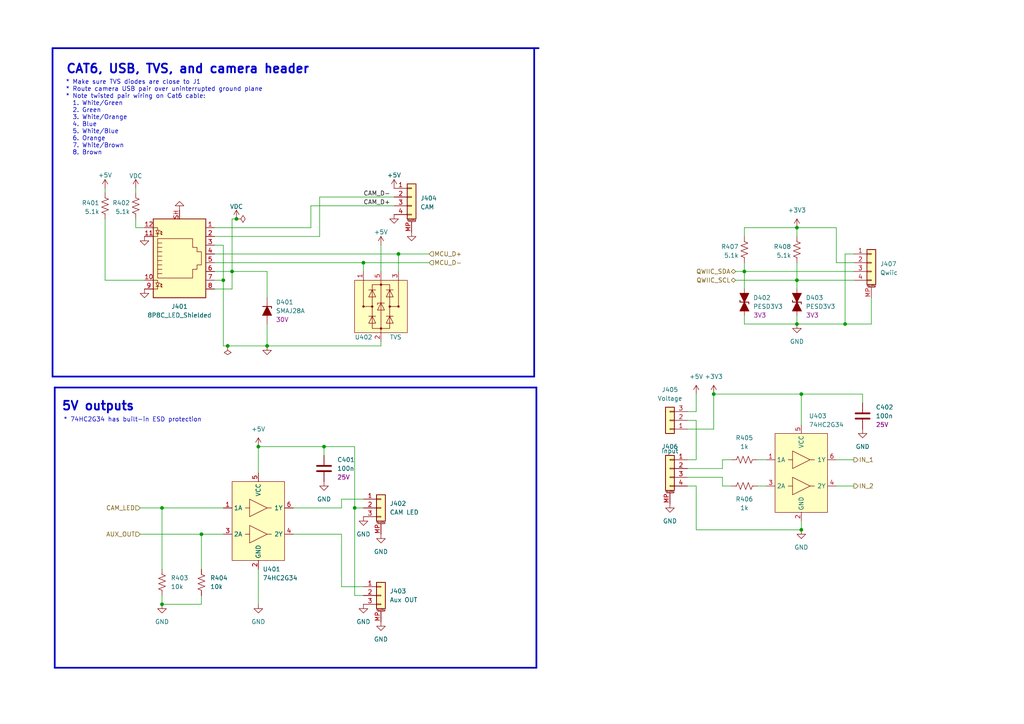
<source format=kicad_sch>
(kicad_sch (version 20230121) (generator eeschema)
  (paper "A4")
  (title_block (date "2023-10-08") (rev "v1"))
  (lib_symbols
    (symbol "Connector:8P8C_LED_Shielded" (pin_names (offset 1.016))
      (property "Reference" "J" (at -5.08 13.97 0))
      (property "Value" "8P8C_LED_Shielded" (at 1.27 13.97 0))
      (symbol "8P8C_LED_Shielded_0_1"
        (polyline (pts (xy -7.62 -7.62) (xy -6.35 -7.62)))
        (polyline (pts (xy -7.62 -5.08) (xy -6.35 -5.08)))
        (polyline (pts (xy -7.62 7.62) (xy -6.35 7.62)))
        (polyline (pts (xy -7.62 10.16) (xy -6.35 10.16)))
        (polyline (pts (xy -6.858 -5.842) (xy -5.842 -5.842)))
        (polyline (pts (xy -6.858 9.398) (xy -5.842 9.398)))
        (polyline (pts (xy -6.35 -7.62) (xy -6.35 -6.858)))
        (polyline (pts (xy -6.35 -5.08) (xy -6.35 -5.842)))
        (polyline (pts (xy -6.35 7.62) (xy -6.35 8.382)))
        (polyline (pts (xy -6.35 10.16) (xy -6.35 9.398)))
        (polyline (pts (xy -5.08 -6.223) (xy -5.207 -6.604)))
        (polyline (pts (xy -5.08 -5.588) (xy -5.207 -5.969)))
        (polyline (pts (xy -5.08 4.445) (xy -6.35 4.445)))
        (polyline (pts (xy -5.08 5.715) (xy -6.35 5.715)))
        (polyline (pts (xy -5.08 9.017) (xy -5.207 8.636)))
        (polyline (pts (xy -5.08 9.652) (xy -5.207 9.271)))
        (polyline (pts (xy -6.35 -3.175) (xy -5.08 -3.175) (xy -5.08 -3.175)))
        (polyline (pts (xy -6.35 -1.905) (xy -5.08 -1.905) (xy -5.08 -1.905)))
        (polyline (pts (xy -6.35 -0.635) (xy -5.08 -0.635) (xy -5.08 -0.635)))
        (polyline (pts (xy -6.35 0.635) (xy -5.08 0.635) (xy -5.08 0.635)))
        (polyline (pts (xy -6.35 1.905) (xy -5.08 1.905) (xy -5.08 1.905)))
        (polyline (pts (xy -5.588 -6.731) (xy -5.08 -6.223) (xy -5.461 -6.35)))
        (polyline (pts (xy -5.588 -6.096) (xy -5.08 -5.588) (xy -5.461 -5.715)))
        (polyline (pts (xy -5.588 8.509) (xy -5.08 9.017) (xy -5.461 8.89)))
        (polyline (pts (xy -5.588 9.144) (xy -5.08 9.652) (xy -5.461 9.525)))
        (polyline (pts (xy -5.08 3.175) (xy -6.35 3.175) (xy -6.35 3.175)))
        (polyline (pts (xy -6.35 -5.842) (xy -6.858 -6.858) (xy -5.842 -6.858) (xy -6.35 -5.842)))
        (polyline (pts (xy -6.35 9.398) (xy -6.858 8.382) (xy -5.842 8.382) (xy -6.35 9.398)))
        (polyline (pts (xy -6.35 -4.445) (xy -6.35 6.985) (xy 3.81 6.985) (xy 3.81 4.445) (xy 5.08 4.445) (xy 5.08 3.175) (xy 6.35 3.175) (xy 6.35 -0.635) (xy 5.08 -0.635) (xy 5.08 -1.905) (xy 3.81 -1.905) (xy 3.81 -4.445) (xy -6.35 -4.445) (xy -6.35 -4.445)))
        (rectangle (start 7.62 12.7) (end -7.62 -10.16) (stroke (width 0.254)) (fill (type background)))
      )
      (symbol "8P8C_LED_Shielded_1_1"
        (pin passive line (at 10.16 -7.62 180) (length 2.54) (name "~") (number "1"))
        (pin passive line (at -10.16 7.62 0) (length 2.54) (name "~") (number "10"))
        (pin passive line (at -10.16 -5.08 0) (length 2.54) (name "~") (number "11"))
        (pin passive line (at -10.16 -7.62 0) (length 2.54) (name "~") (number "12"))
        (pin passive line (at 10.16 -5.08 180) (length 2.54) (name "~") (number "2"))
        (pin passive line (at 10.16 -2.54 180) (length 2.54) (name "~") (number "3"))
        (pin passive line (at 10.16 0 180) (length 2.54) (name "~") (number "4"))
        (pin passive line (at 10.16 2.54 180) (length 2.54) (name "~") (number "5"))
        (pin passive line (at 10.16 5.08 180) (length 2.54) (name "~") (number "6"))
        (pin passive line (at 10.16 7.62 180) (length 2.54) (name "~") (number "7"))
        (pin passive line (at 10.16 10.16 180) (length 2.54) (name "~") (number "8"))
        (pin passive line (at -10.16 10.16 0) (length 2.54) (name "~") (number "9"))
        (pin passive line (at 0 -12.7 90) (length 2.54) (name "~") (number "SH"))
      )
    )
    (symbol "Connector_Generic:Conn_01x03" (pin_names (offset 1.016) hide)
      (property "Reference" "J" (at 0 5.08 0))
      (property "Value" "Conn_01x03" (at 0 -5.08 0))
      (symbol "Conn_01x03_1_1"
        (rectangle (start -1.27 -2.413) (end 0 -2.667) (stroke (width 0.1524)))
        (rectangle (start -1.27 0.127) (end 0 -0.127) (stroke (width 0.1524)))
        (rectangle (start -1.27 2.667) (end 0 2.413) (stroke (width 0.1524)))
        (rectangle (start -1.27 3.81) (end 1.27 -3.81) (stroke (width 0.254)) (fill (type background)))
        (pin passive line (at -5.08 2.54 0) (length 3.81) (name "Pin_1") (number "1"))
        (pin passive line (at -5.08 0 0) (length 3.81) (name "Pin_2") (number "2"))
        (pin passive line (at -5.08 -2.54 0) (length 3.81) (name "Pin_3") (number "3"))
      )
    )
    (symbol "Connector_Generic_MountingPin:Conn_01x03_MountingPin" (pin_names (offset 1.016) hide)
      (property "Reference" "J" (at 0 5.08 0))
      (property "Value" "Conn_01x03_MountingPin" (at 1.27 -5.08 0))
      (symbol "Conn_01x03_MountingPin_1_1"
        (rectangle (start -1.27 -2.413) (end 0 -2.667) (stroke (width 0.1524)))
        (rectangle (start -1.27 0.127) (end 0 -0.127) (stroke (width 0.1524)))
        (rectangle (start -1.27 2.667) (end 0 2.413) (stroke (width 0.1524)))
        (rectangle (start -1.27 3.81) (end 1.27 -3.81) (stroke (width 0.254)) (fill (type background)))
        (polyline (pts (xy -1.016 -4.572) (xy 1.016 -4.572)) (stroke (width 0.1524)))
        (text "Mounting" (at 0 -4.191 0) (effects (font (size 0.381 0.381))))
        (pin passive line (at -5.08 2.54 0) (length 3.81) (name "Pin_1") (number "1"))
        (pin passive line (at -5.08 0 0) (length 3.81) (name "Pin_2") (number "2"))
        (pin passive line (at -5.08 -2.54 0) (length 3.81) (name "Pin_3") (number "3"))
        (pin passive line (at 0 -7.62 90) (length 3.048) (name "MountPin") (number "MP"))
      )
    )
    (symbol "Connector_Generic_MountingPin:Conn_01x04_MountingPin" (pin_names (offset 1.016) hide)
      (property "Reference" "J" (at 0 5.08 0))
      (property "Value" "Conn_01x04_MountingPin" (at 1.27 -7.62 0))
      (symbol "Conn_01x04_MountingPin_1_1"
        (rectangle (start -1.27 -4.953) (end 0 -5.207) (stroke (width 0.1524)))
        (rectangle (start -1.27 -2.413) (end 0 -2.667) (stroke (width 0.1524)))
        (rectangle (start -1.27 0.127) (end 0 -0.127) (stroke (width 0.1524)))
        (rectangle (start -1.27 2.667) (end 0 2.413) (stroke (width 0.1524)))
        (rectangle (start -1.27 3.81) (end 1.27 -6.35) (stroke (width 0.254)) (fill (type background)))
        (polyline (pts (xy -1.016 -7.112) (xy 1.016 -7.112)) (stroke (width 0.1524)))
        (text "Mounting" (at 0 -6.731 0) (effects (font (size 0.381 0.381))))
        (pin passive line (at -5.08 2.54 0) (length 3.81) (name "Pin_1") (number "1"))
        (pin passive line (at -5.08 0 0) (length 3.81) (name "Pin_2") (number "2"))
        (pin passive line (at -5.08 -2.54 0) (length 3.81) (name "Pin_3") (number "3"))
        (pin passive line (at -5.08 -5.08 0) (length 3.81) (name "Pin_4") (number "4"))
        (pin passive line (at 0 -10.16 90) (length 3.048) (name "MountPin") (number "MP"))
      )
    )
    (symbol "Device:C" (pin_numbers hide) (pin_names (offset 0.254))
      (property "Reference" "C" (at 0.635 2.54 0))
      (property "Value" "C" (at 0.635 -2.54 0))
      (symbol "C_0_1"
        (polyline (pts (xy -2.032 -0.762) (xy 2.032 -0.762)) (stroke (width 0.508)))
        (polyline (pts (xy -2.032 0.762) (xy 2.032 0.762)) (stroke (width 0.508)))
      )
      (symbol "C_1_1"
        (pin passive line (at 0 3.81 270) (length 2.794) (name "~") (number "1"))
        (pin passive line (at 0 -3.81 90) (length 2.794) (name "~") (number "2"))
      )
    )
    (symbol "Device:D_TVS_Filled" (pin_numbers hide) (pin_names (offset 1.016) hide)
      (property "Reference" "D" (at 0 2.54 0))
      (property "Value" "D_TVS_Filled" (at 0 -2.54 0))
      (symbol "D_TVS_Filled_0_1"
        (polyline (pts (xy 1.27 0) (xy -1.27 0)))
        (polyline (pts (xy -2.54 -1.27) (xy 0 0) (xy -2.54 1.27) (xy -2.54 -1.27)) (stroke (width 0.254)) (fill (type outline)))
        (polyline (pts (xy 0.508 1.27) (xy 0 1.27) (xy 0 -1.27) (xy -0.508 -1.27)) (stroke (width 0.254)))
        (polyline (pts (xy 2.54 1.27) (xy 2.54 -1.27) (xy 0 0) (xy 2.54 1.27)) (stroke (width 0.254)) (fill (type outline)))
      )
      (symbol "D_TVS_Filled_1_1"
        (pin passive line (at -3.81 0 0) (length 2.54) (name "A1") (number "1"))
        (pin passive line (at 3.81 0 180) (length 2.54) (name "A2") (number "2"))
      )
    )
    (symbol "Device:D_Zener_Filled" (pin_numbers hide) (pin_names (offset 1.016) hide)
      (property "Reference" "D" (at 0 2.54 0))
      (property "Value" "D_Zener_Filled" (at 0 -2.54 0))
      (symbol "D_Zener_Filled_0_1"
        (polyline (pts (xy 1.27 0) (xy -1.27 0)))
        (polyline (pts (xy -1.27 -1.27) (xy -1.27 1.27) (xy -0.762 1.27)) (stroke (width 0.254)))
        (polyline (pts (xy 1.27 -1.27) (xy 1.27 1.27) (xy -1.27 0) (xy 1.27 -1.27)) (stroke (width 0.254)) (fill (type outline)))
      )
      (symbol "D_Zener_Filled_1_1"
        (pin passive line (at -3.81 0 0) (length 2.54) (name "K") (number "1"))
        (pin passive line (at 3.81 0 180) (length 2.54) (name "A") (number "2"))
      )
    )
    (symbol "Device:R_US" (pin_numbers hide) (pin_names (offset 0))
      (property "Reference" "R" (at 2.54 0 90))
      (property "Value" "R_US" (at -2.54 0 90))
      (symbol "R_US_0_1"
        (polyline (pts (xy 0 -2.286) (xy 0 -2.54)))
        (polyline (pts (xy 0 2.286) (xy 0 2.54)))
        (polyline (pts (xy 0 -0.762) (xy 1.016 -1.143) (xy 0 -1.524) (xy -1.016 -1.905) (xy 0 -2.286)))
        (polyline (pts (xy 0 0.762) (xy 1.016 0.381) (xy 0 0) (xy -1.016 -0.381) (xy 0 -0.762)))
        (polyline (pts (xy 0 2.286) (xy 1.016 1.905) (xy 0 1.524) (xy -1.016 1.143) (xy 0 0.762)))
      )
      (symbol "R_US_1_1"
        (pin passive line (at 0 3.81 270) (length 1.27) (name "~") (number "1"))
        (pin passive line (at 0 -3.81 90) (length 1.27) (name "~") (number "2"))
      )
    )
    (symbol "Droid:74HC2G34"
      (property "Reference" "U" (at 2.54 -12.7 0))
      (property "Value" "74HC2G34" (at 2.54 -15.24 0))
      (symbol "74HC2G34_0_0"
        (pin input line (at -10.16 3.81 0) (length 2.54) (name "1A") (number "1"))
        (pin power_in line (at 0 -13.97 90) (length 2.54) (name "GND") (number "2"))
        (pin input line (at -10.16 -3.81 0) (length 2.54) (name "2A") (number "3"))
        (pin output line (at 10.16 -3.81 180) (length 2.54) (name "2Y") (number "4"))
        (pin power_in line (at 0 13.97 270) (length 2.54) (name "VCC") (number "5"))
        (pin output line (at 10.16 3.81 180) (length 2.54) (name "1Y") (number "6"))
      )
      (symbol "74HC2G34_0_1"
        (rectangle (start -7.62 11.43) (end 7.62 -11.43) (fill (type background)))
        (polyline (pts (xy -2.54 -3.81) (xy -3.81 -3.81)))
        (polyline (pts (xy -2.54 3.81) (xy -3.81 3.81)))
        (polyline (pts (xy 2.54 -3.81) (xy 3.81 -3.81)))
        (polyline (pts (xy 2.54 3.81) (xy 3.81 3.81)))
        (polyline (pts (xy -2.54 -5.08) (xy -2.54 -1.27) (xy 2.54 -3.81) (xy -2.54 -6.35) (xy -2.54 -5.08)))
        (polyline (pts (xy -2.54 2.54) (xy -2.54 6.35) (xy 2.54 3.81) (xy -2.54 1.27) (xy -2.54 2.54)))
      )
    )
    (symbol "Droid:TVS" (pin_names hide)
      (property "Reference" "U" (at 8.89 1.27 0))
      (property "Value" "TVS" (at 8.89 -1.27 0))
      (symbol "TVS_0_1"
        (circle (center -5.08 0) (radius 0.254) (fill (type outline)))
        (circle (center -2.5303 -0.017) (radius 0.254) (fill (type outline)))
        (rectangle (start -2.5303 6.333) (end 2.5497 -6.367))
        (polyline (pts (xy -1.5143 -2.811) (xy -3.5463 -2.811)))
        (polyline (pts (xy -1.5143 4.809) (xy -3.5463 4.809)))
        (polyline (pts (xy 0 -7.62) (xy 0 -6.35)))
        (polyline (pts (xy 0 6.35) (xy 0 7.62)))
        (polyline (pts (xy 0.0097 -6.367) (xy 0.0097 1.253)))
        (polyline (pts (xy 0.0097 1.253) (xy 0.0097 6.333)))
        (polyline (pts (xy 1.5337 -2.811) (xy 3.5657 -2.811)))
        (polyline (pts (xy 1.5337 4.809) (xy 3.5657 4.809)))
        (polyline (pts (xy -2.54 0) (xy -5.08 0) (xy -5.08 7.62)))
        (polyline (pts (xy 2.54 0) (xy 5.08 0) (xy 5.08 7.62)))
        (polyline (pts (xy -3.5463 -4.843) (xy -1.5143 -4.843) (xy -2.5303 -2.811) (xy -3.5463 -4.843)))
        (polyline (pts (xy -3.5463 2.777) (xy -1.5143 2.777) (xy -2.5303 4.809) (xy -3.5463 2.777)))
        (polyline (pts (xy -1.0063 -1.033) (xy 1.0257 -1.033) (xy 0.0097 0.999) (xy -1.0063 -1.033)))
        (polyline (pts (xy 1.0257 0.999) (xy 0.7717 0.999) (xy -1.0063 0.999) (xy -1.0063 0.491)))
        (polyline (pts (xy 3.5657 -4.843) (xy 1.5337 -4.843) (xy 2.5497 -2.811) (xy 3.5657 -4.843)))
        (polyline (pts (xy 3.5657 2.777) (xy 1.5337 2.777) (xy 2.5497 4.809) (xy 3.5657 2.777)))
        (circle (center 0.0097 -6.367) (radius 0.254) (fill (type outline)))
        (circle (center 0.0097 6.333) (radius 0.254) (fill (type outline)))
        (circle (center 2.5497 -0.017) (radius 0.254) (fill (type outline)))
        (circle (center 5.08 0) (radius 0.254) (fill (type outline)))
      )
      (symbol "TVS_1_1"
        (rectangle (start -7.62 7.62) (end 7.62 -7.62) (fill (type background)))
        (pin passive line (at -5.08 10.16 270) (length 2.54) (name "D-") (number "1"))
        (pin passive line (at 0 -10.16 90) (length 2.54) (name "GND") (number "2"))
        (pin passive line (at 5.08 10.16 270) (length 2.54) (name "D+") (number "3"))
        (pin passive line (at 5.08 10.16 270) (length 2.54) hide (name "D+") (number "4"))
        (pin passive line (at 0 10.16 270) (length 2.54) (name "VBUS") (number "5"))
        (pin passive line (at -5.08 10.16 270) (length 2.54) hide (name "D-") (number "6"))
      )
    )
    (symbol "power:+3V3" (power) (pin_names (offset 0))
      (property "Value" "+3V3" (at 0 3.556 0))
      (symbol "+3V3_0_1"
        (polyline (pts (xy -0.762 1.27) (xy 0 2.54)))
        (polyline (pts (xy 0 0) (xy 0 2.54)))
        (polyline (pts (xy 0 2.54) (xy 0.762 1.27)))
      )
      (symbol "+3V3_1_1"
        (pin power_in line (at 0 0 90) (length 0) hide (name "+3V3") (number "1"))
      )
    )
    (symbol "power:+5V" (power) (pin_names (offset 0))
      (property "Value" "+5V" (at 0 3.556 0))
      (symbol "+5V_0_1"
        (polyline (pts (xy -0.762 1.27) (xy 0 2.54)))
        (polyline (pts (xy 0 0) (xy 0 2.54)))
        (polyline (pts (xy 0 2.54) (xy 0.762 1.27)))
      )
      (symbol "+5V_1_1"
        (pin power_in line (at 0 0 90) (length 0) hide (name "+5V") (number "1"))
      )
    )
    (symbol "power:GND" (power) (pin_names (offset 0))
      (property "Value" "GND" (at 0 -3.81 0))
      (symbol "GND_0_1"
        (polyline (pts (xy 0 0) (xy 0 -1.27) (xy 1.27 -1.27) (xy 0 -2.54) (xy -1.27 -1.27) (xy 0 -1.27)))
      )
      (symbol "GND_1_1"
        (pin power_in line (at 0 0 270) (length 0) hide (name "GND") (number "1"))
      )
    )
    (symbol "power:PWR_FLAG" (power) (pin_numbers hide) (pin_names (offset 0) hide)
      (property "Value" "PWR_FLAG" (at 0 3.81 0))
      (symbol "PWR_FLAG_0_0"
        (pin power_out line (at 0 0 90) (length 0) (name "pwr") (number "1"))
      )
      (symbol "PWR_FLAG_0_1"
        (polyline (pts (xy 0 0) (xy 0 1.27) (xy -1.016 1.905) (xy 0 2.54) (xy 1.016 1.905) (xy 0 1.27)))
      )
    )
    (symbol "power:VDC" (power) (pin_names (offset 0))
      (property "Value" "VDC" (at 0 6.35 0))
      (symbol "VDC_0_1"
        (polyline (pts (xy -0.762 1.27) (xy 0 2.54)))
        (polyline (pts (xy 0 0) (xy 0 2.54)))
        (polyline (pts (xy 0 2.54) (xy 0.762 1.27)))
      )
      (symbol "VDC_1_1"
        (pin power_in line (at 0 0 90) (length 0) hide (name "VDC") (number "1"))
      )
    )
  )
  (junction (at 115.57 73.66))
  (junction (at 232.41 114.3))
  (junction (at 46.99 175.26))
  (junction (at 58.42 154.94))
  (junction (at 245.11 93.98))
  (junction (at 232.41 153.67))
  (junction (at 102.87 147.32))
  (junction (at 207.01 114.3))
  (junction (at 46.99 147.32))
  (junction (at 64.77 81.28))
  (junction (at 66.04 100.33))
  (junction (at 67.31 78.74))
  (junction (at 215.9 78.74))
  (junction (at 231.14 81.28))
  (junction (at 77.47 100.33))
  (junction (at 93.98 129.54))
  (junction (at 68.58 63.5))
  (junction (at 105.41 76.2))
  (junction (at 231.14 93.98))
  (junction (at 231.14 66.04))
  (junction (at 74.93 129.54))
  (wire (pts (xy 215.9 78.74) (xy 247.65 78.74)))
  (wire (pts (xy 207.01 114.3) (xy 207.01 124.46)))
  (wire (pts (xy 77.47 86.36) (xy 77.47 78.74)))
  (wire (pts (xy 99.06 147.32) (xy 99.06 144.78)))
  (wire (pts (xy 58.42 154.94) (xy 64.77 154.94)))
  (wire (pts (xy 215.9 76.2) (xy 215.9 78.74)))
  (wire (pts (xy 74.93 129.54) (xy 74.93 137.16)))
  (wire (pts (xy 219.71 140.97) (xy 222.25 140.97)))
  (wire (pts (xy 102.87 147.32) (xy 102.87 172.72)))
  (wire (pts (xy 242.57 76.2) (xy 247.65 76.2)))
  (wire (pts (xy 252.73 93.98) (xy 245.11 93.98)))
  (wire (pts (xy 231.14 91.44) (xy 231.14 93.98)))
  (polyline (pts (xy 154.94 13.97) (xy 154.94 109.22)) (stroke (width 0.5) (type solid)))
  (wire (pts (xy 199.39 140.97) (xy 201.93 140.97)))
  (wire (pts (xy 201.93 114.3) (xy 201.93 119.38)))
  (wire (pts (xy 64.77 81.28) (xy 64.77 100.33)))
  (wire (pts (xy 39.37 66.04) (xy 39.37 63.5)))
  (wire (pts (xy 232.41 151.13) (xy 232.41 153.67)))
  (wire (pts (xy 199.39 133.35) (xy 201.93 133.35)))
  (wire (pts (xy 46.99 147.32) (xy 46.99 165.1)))
  (wire (pts (xy 199.39 124.46) (xy 207.01 124.46)))
  (wire (pts (xy 199.39 119.38) (xy 201.93 119.38)))
  (wire (pts (xy 93.98 129.54) (xy 93.98 132.08)))
  (wire (pts (xy 66.04 100.33) (xy 77.47 100.33)))
  (wire (pts (xy 247.65 81.28) (xy 231.14 81.28)))
  (wire (pts (xy 247.65 73.66) (xy 245.11 73.66)))
  (wire (pts (xy 62.23 76.2) (xy 105.41 76.2)))
  (wire (pts (xy 115.57 73.66) (xy 124.46 73.66)))
  (wire (pts (xy 201.93 153.67) (xy 232.41 153.67)))
  (polyline (pts (xy 15.24 13.97) (xy 15.24 109.22)) (stroke (width 0.5) (type solid)))
  (wire (pts (xy 105.41 76.2) (xy 105.41 78.74)))
  (wire (pts (xy 231.14 81.28) (xy 231.14 83.82)))
  (wire (pts (xy 40.64 154.94) (xy 58.42 154.94)))
  (wire (pts (xy 250.19 114.3) (xy 232.41 114.3)))
  (wire (pts (xy 201.93 140.97) (xy 201.93 153.67)))
  (wire (pts (xy 64.77 100.33) (xy 66.04 100.33)))
  (wire (pts (xy 90.17 66.04) (xy 62.23 66.04)))
  (wire (pts (xy 215.9 93.98) (xy 231.14 93.98)))
  (wire (pts (xy 46.99 172.72) (xy 46.99 175.26)))
  (wire (pts (xy 199.39 121.92) (xy 201.93 121.92)))
  (wire (pts (xy 105.41 76.2) (xy 124.46 76.2)))
  (wire (pts (xy 41.91 66.04) (xy 39.37 66.04)))
  (polyline (pts (xy 155.575 112.395) (xy 155.575 193.675)) (stroke (width 0.5) (type solid)))
  (wire (pts (xy 102.87 129.54) (xy 93.98 129.54)))
  (wire (pts (xy 215.9 68.58) (xy 215.9 66.04)))
  (wire (pts (xy 231.14 76.2) (xy 231.14 81.28)))
  (wire (pts (xy 74.93 129.54) (xy 93.98 129.54)))
  (wire (pts (xy 242.57 140.97) (xy 247.65 140.97)))
  (wire (pts (xy 62.23 83.82) (xy 67.31 83.82)))
  (wire (pts (xy 67.31 63.5) (xy 67.31 78.74)))
  (wire (pts (xy 232.41 114.3) (xy 232.41 123.19)))
  (wire (pts (xy 212.09 140.97) (xy 209.55 140.97)))
  (wire (pts (xy 67.31 63.5) (xy 68.58 63.5)))
  (polyline (pts (xy 15.875 112.395) (xy 155.575 112.395)) (stroke (width 0.5) (type solid)))
  (wire (pts (xy 245.11 73.66) (xy 245.11 93.98)))
  (wire (pts (xy 215.9 91.44) (xy 215.9 93.98)))
  (wire (pts (xy 99.06 144.78) (xy 105.41 144.78)))
  (wire (pts (xy 215.9 78.74) (xy 215.9 83.82)))
  (wire (pts (xy 209.55 135.89) (xy 209.55 133.35)))
  (wire (pts (xy 99.06 170.18) (xy 99.06 154.94)))
  (wire (pts (xy 58.42 154.94) (xy 58.42 165.1)))
  (wire (pts (xy 62.23 78.74) (xy 67.31 78.74)))
  (wire (pts (xy 58.42 172.72) (xy 58.42 175.26)))
  (wire (pts (xy 30.48 63.5) (xy 30.48 81.28)))
  (wire (pts (xy 252.73 86.36) (xy 252.73 93.98)))
  (wire (pts (xy 105.41 172.72) (xy 102.87 172.72)))
  (wire (pts (xy 115.57 73.66) (xy 115.57 78.74)))
  (wire (pts (xy 58.42 175.26) (xy 46.99 175.26)))
  (wire (pts (xy 105.41 147.32) (xy 102.87 147.32)))
  (wire (pts (xy 207.01 114.3) (xy 232.41 114.3)))
  (wire (pts (xy 64.77 81.28) (xy 64.77 71.12)))
  (polyline (pts (xy 15.24 13.97) (xy 156.21 13.97)) (stroke (width 0.5) (type solid)))
  (wire (pts (xy 74.93 165.1) (xy 74.93 175.26)))
  (wire (pts (xy 213.36 81.28) (xy 231.14 81.28)))
  (wire (pts (xy 46.99 147.32) (xy 64.77 147.32)))
  (wire (pts (xy 62.23 73.66) (xy 115.57 73.66)))
  (wire (pts (xy 231.14 66.04) (xy 231.14 68.58)))
  (wire (pts (xy 90.17 59.69) (xy 90.17 66.04)))
  (wire (pts (xy 90.17 59.69) (xy 114.3 59.69)))
  (wire (pts (xy 99.06 154.94) (xy 85.09 154.94)))
  (wire (pts (xy 114.3 57.15) (xy 92.71 57.15)))
  (wire (pts (xy 250.19 114.3) (xy 250.19 116.84)))
  (wire (pts (xy 77.47 93.98) (xy 77.47 100.33)))
  (wire (pts (xy 110.49 71.12) (xy 110.49 78.74)))
  (wire (pts (xy 64.77 71.12) (xy 62.23 71.12)))
  (wire (pts (xy 242.57 66.04) (xy 242.57 76.2)))
  (wire (pts (xy 213.36 78.74) (xy 215.9 78.74)))
  (polyline (pts (xy 154.94 109.22) (xy 15.24 109.22)) (stroke (width 0.5) (type solid)))
  (polyline (pts (xy 15.875 112.395) (xy 15.875 193.675)) (stroke (width 0.5) (type solid)))
  (wire (pts (xy 201.93 121.92) (xy 201.93 133.35)))
  (wire (pts (xy 67.31 78.74) (xy 67.31 83.82)))
  (wire (pts (xy 209.55 140.97) (xy 209.55 138.43)))
  (wire (pts (xy 77.47 100.33) (xy 110.49 100.33)))
  (wire (pts (xy 92.71 57.15) (xy 92.71 68.58)))
  (wire (pts (xy 215.9 66.04) (xy 231.14 66.04)))
  (wire (pts (xy 40.64 147.32) (xy 46.99 147.32)))
  (polyline (pts (xy 155.575 193.675) (xy 15.875 193.675)) (stroke (width 0.5) (type solid)))
  (wire (pts (xy 110.49 100.33) (xy 110.49 99.06)))
  (wire (pts (xy 102.87 147.32) (xy 102.87 129.54)))
  (wire (pts (xy 199.39 138.43) (xy 209.55 138.43)))
  (wire (pts (xy 199.39 135.89) (xy 209.55 135.89)))
  (wire (pts (xy 85.09 147.32) (xy 99.06 147.32)))
  (wire (pts (xy 209.55 133.35) (xy 212.09 133.35)))
  (wire (pts (xy 62.23 68.58) (xy 92.71 68.58)))
  (wire (pts (xy 30.48 54.61) (xy 30.48 55.88)))
  (wire (pts (xy 105.41 170.18) (xy 99.06 170.18)))
  (wire (pts (xy 231.14 66.04) (xy 242.57 66.04)))
  (wire (pts (xy 242.57 133.35) (xy 247.65 133.35)))
  (wire (pts (xy 231.14 93.98) (xy 245.11 93.98)))
  (wire (pts (xy 219.71 133.35) (xy 222.25 133.35)))
  (wire (pts (xy 30.48 81.28) (xy 41.91 81.28)))
  (wire (pts (xy 39.37 54.61) (xy 39.37 55.88)))
  (wire (pts (xy 77.47 78.74) (xy 67.31 78.74)))
  (wire (pts (xy 64.77 81.28) (xy 62.23 81.28)))
  (text "5V outputs" (at 17.78 119.38 0) (effects (font (size 2.54 2.54) bold) (justify left bottom)))
  (text "* Make sure TVS diodes are close to J1\n* Route camera USB pair over uninterrupted ground plane\n* Note twisted pair wiring on Cat6 cable:\n  1. White/Green\n  2. Green\n  3. White/Orange\n  4. Blue\n  5. White/Blue\n  6. Orange\n  7. White/Brown\n  8. Brown" (at 19.05 45.085 0) (effects (font (size 1.27 1.27)) (justify left bottom)))
  (text "CAT6, USB, TVS, and camera header" (at 19.05 21.59 0) (effects (font (size 2.54 2.54) bold) (justify left bottom)))
  (text "* 74HC2G34 has built-in ESD protection" (at 18.415 122.555 0) (effects (font (size 1.27 1.27)) (justify left bottom)))
  (label "CAM_D-" (at 105.41 57.15 0))
  (label "CAM_D+" (at 105.41 59.69 0))
  (hierarchical_label "IN_2" (shape output) (at 247.65 140.97 0))
  (hierarchical_label "QWIIC_SCL" (shape bidirectional) (at 213.36 81.28 180))
  (hierarchical_label "CAM_LED" (shape input) (at 40.64 147.32 180))
  (hierarchical_label "AUX_OUT" (shape input) (at 40.64 154.94 180))
  (hierarchical_label "QWIIC_SDA" (shape bidirectional) (at 213.36 78.74 180))
  (hierarchical_label "IN_1" (shape output) (at 247.65 133.35 0))
  (hierarchical_label "MCU_D+" (shape input) (at 124.46 73.66 0))
  (hierarchical_label "MCU_D-" (shape input) (at 124.46 76.2 0))
  (symbol (lib_id "power:GND") (at 119.38 67.31 0) (unit 1)
    (property "Reference" "#PWR0417" (effects hide))
    (property "Value" "GND" (effects hide))
    (instances (project "placertron" (path "" (reference "#PWR0417") (unit 1))) (project "jellyfish" (path "" (reference "#PWR0123") (unit 1))))
  )
  (symbol (lib_id "power:GND") (at 110.49 154.94 0) (unit 1)
    (property "Reference" "#PWR0424" (effects hide))
    (property "Value" "GND" (at 110.49 160.02 0))
    (instances (project "placertron" (path "" (reference "#PWR0424") (unit 1))) (project "movertron" (path "" (reference "#PWR0404") (unit 1))))
  )
  (symbol (lib_id "Device:R_US") (at 46.99 168.91 180) (unit 1)
    (property "Reference" "R403" (at 49.53 167.64 0) (effects (justify right)))
    (property "Value" "10k" (at 49.53 170.18 0) (effects (justify right)))
    (property "Footprint" "Droid:R_0603_HandSolder" (effects hide))
    (property "mpn" "RMCF0603FT10K0" (effects hide))
    (instances (project "placertron" (path "" (reference "R403") (unit 1))) (project "movertron" (path "" (reference "R401") (unit 1))))
  )
  (symbol (lib_id "Device:R_US") (at 30.48 59.69 180) (unit 1)
    (property "Reference" "R401" (at 28.829 58.8553 0) (effects (justify left)))
    (property "Value" "5.1k" (at 28.829 61.3922 0) (effects (justify left)))
    (property "Footprint" "Droid:R_0603_HandSolder" (effects hide))
    (property "mpn" "RMCF0603FT5K10" (effects hide))
    (instances (project "placertron" (path "" (reference "R401") (unit 1))) (project "jellyfish" (path "" (reference "R1") (unit 1))))
  )
  (symbol (lib_id "power:GND") (at 194.31 146.05 0) (unit 1)
    (property "Reference" "#PWR0426" (effects hide))
    (property "Value" "GND" (at 194.31 151.13 0))
    (instances (project "placertron" (path "" (reference "#PWR0426") (unit 1))) (project "movertron" (path "" (reference "#PWR0412") (unit 1))))
  )
  (symbol (lib_id "power:GND") (at 93.98 139.7 0) (unit 1)
    (property "Reference" "#PWR0411" (effects hide))
    (property "Value" "GND" (at 93.98 144.78 0))
    (instances (project "placertron" (path "" (reference "#PWR0411") (unit 1))) (project "movertron" (path "" (reference "#PWR0404") (unit 1))))
  )
  (symbol (lib_id "power:GND") (at 250.19 124.46 0) (unit 1)
    (property "Reference" "#PWR0423" (effects hide))
    (property "Value" "GND" (at 250.19 129.54 0))
    (instances (project "placertron" (path "" (reference "#PWR0423") (unit 1))) (project "movertron" (path "" (reference "#PWR0413") (unit 1))))
  )
  (symbol (lib_id "power:GND") (at 110.49 180.34 0) (unit 1)
    (property "Reference" "#PWR0425" (effects hide))
    (property "Value" "GND" (at 110.49 185.42 0))
    (instances (project "placertron" (path "" (reference "#PWR0425") (unit 1))) (project "movertron" (path "" (reference "#PWR0404") (unit 1))))
  )
  (symbol (lib_id "power:+5V") (at 74.93 129.54 0) (unit 1)
    (property "Reference" "#PWR0408" (effects hide))
    (property "Value" "+5V" (at 74.93 124.46 0))
    (instances (project "placertron" (path "" (reference "#PWR0408") (unit 1))) (project "movertron" (path "" (reference "#PWR0402") (unit 1))))
  )
  (symbol (lib_id "power:GND") (at 105.41 149.86 0) (unit 1)
    (property "Reference" "#PWR0412" (effects hide))
    (property "Value" "GND" (at 105.41 154.94 0))
    (instances (project "placertron" (path "" (reference "#PWR0412") (unit 1))) (project "movertron" (path "" (reference "#PWR0407") (unit 1))))
  )
  (symbol (lib_id "power:PWR_FLAG") (at 66.04 100.33 180) (unit 1)
    (property "Reference" "#FLG0401" (effects hide))
    (property "Value" "PWR_FLAG" (effects hide))
    (instances (project "placertron" (path "" (reference "#FLG0401") (unit 1))) (project "jellyfish" (path "" (reference "#FLG01") (unit 1))))
  )
  (symbol (lib_id "Device:R_US") (at 215.9 140.97 90) (unit 1)
    (property "Reference" "R406" (at 215.9 144.78 90))
    (property "Value" "1k" (at 215.9 147.32 90))
    (property "Footprint" "Droid:R_0603_HandSolder" (effects hide))
    (property "mpn" "RMCF0603JT1K00" (effects hide))
    (instances (project "placertron" (path "" (reference "R406") (unit 1))) (project "movertron" (path "" (reference "R404") (unit 1))))
  )
  (symbol (lib_id "Droid:74HC2G34") (at 232.41 137.16 0) (unit 1)
    (property "Reference" "U403" (at 234.6041 120.65 0) (effects (justify left)))
    (property "Value" "74HC2G34" (at 234.6041 123.19 0) (effects (justify left)))
    (property "Footprint" "Package_TO_SOT_SMD:SOT-363_SC-70-6" (effects hide))
    (property "Datasheet" "https://assets.nexperia.com/documents/data-sheet/74HC_HCT2G34.pdf" (effects hide))
    (property "mpn" "74HC2G34GW,125" (effects hide))
    (instances (project "placertron" (path "" (reference "U403") (unit 1))) (project "movertron" (path "" (reference "U402") (unit 1))))
  )
  (symbol (lib_id "power:+5V") (at 110.49 71.12 0) (unit 1)
    (property "Reference" "#PWR0414" (effects hide))
    (property "Value" "+5V" (at 110.49 67.31 0))
    (instances (project "placertron" (path "" (reference "#PWR0414") (unit 1))) (project "jellyfish" (path "" (reference "#PWR049") (unit 1))))
  )
  (symbol (lib_id "Droid:TVS") (at 110.49 88.9 0) (unit 1)
    (property "Reference" "U402" (at 102.87 97.79 0) (effects (justify left)))
    (property "Value" "TVS" (at 113.03 97.79 0) (effects (justify left)))
    (property "Footprint" "Package_TO_SOT_SMD:SOT-23-6" (effects hide))
    (property "Datasheet" "https://www.st.com/resource/en/datasheet/usblc6-2.pdf" (effects hide))
    (property "mpn" "SRL05-TP" (effects hide))
    (instances (project "placertron" (path "" (reference "U402") (unit 1))) (project "jellyfish" (path "" (reference "U6") (unit 1))))
  )
  (symbol (lib_id "power:GND") (at 232.41 153.67 0) (unit 1)
    (property "Reference" "#PWR0421" (effects hide))
    (property "Value" "GND" (at 232.41 158.75 0))
    (instances (project "placertron" (path "" (reference "#PWR0421") (unit 1))) (project "movertron" (path "" (reference "#PWR0412") (unit 1))))
  )
  (symbol (lib_id "Connector_Generic_MountingPin:Conn_01x03_MountingPin") (at 110.49 172.72 0) (unit 1)
    (property "Reference" "J403" (at 113.03 171.45 0) (effects (justify left)))
    (property "Value" "Aux OUT" (at 113.03 173.99 0) (effects (justify left)))
    (property "Footprint" "Connector_JST:JST_SH_SM03B-SRSS-TB_1x03-1MP_P1.00mm_Horizontal" (effects hide))
    (property "mpn" "SM03B-SRSS-TB" (effects hide))
  )
  (symbol (lib_id "Connector_Generic_MountingPin:Conn_01x04_MountingPin") (at 119.38 57.15 0) (unit 1)
    (property "Reference" "J404" (at 121.92 57.5055 0) (effects (justify left)))
    (property "Value" "CAM" (at 121.92 60.0455 0) (effects (justify left)))
    (property "Footprint" "Droid:JST_SH_SM04B-SRSS" (effects hide))
    (property "mpn" "SM04B-SRSS-TB" (effects hide))
    (instances (project "placertron" (path "" (reference "J404") (unit 1))) (project "jellyfish" (path "" (reference "J3") (unit 1))))
  )
  (symbol (lib_id "Device:R_US") (at 215.9 72.39 180) (unit 1)
    (property "Reference" "R407" (at 214.249 71.5553 0) (effects (justify left)))
    (property "Value" "5.1k" (at 214.249 74.0922 0) (effects (justify left)))
    (property "Footprint" "Droid:R_0603_HandSolder" (effects hide))
    (property "mpn" "RMCF0603FT5K10" (effects hide))
    (instances (project "placertron" (path "" (reference "R407") (unit 1))) (project "jellyfish" (path "" (reference "R27") (unit 1))))
  )
  (symbol (lib_id "power:GND") (at 231.14 93.98 0) (unit 1)
    (property "Reference" "#PWR0420" (effects hide))
    (property "Value" "GND" (at 231.14 99.06 0))
    (instances (project "placertron" (path "" (reference "#PWR0420") (unit 1))) (project "movertron" (path "" (reference "#PWR02") (unit 1))))
  )
  (symbol (lib_id "Device:R_US") (at 58.42 168.91 180) (unit 1)
    (property "Reference" "R404" (at 60.96 167.64 0) (effects (justify right)))
    (property "Value" "10k" (at 60.96 170.18 0) (effects (justify right)))
    (property "Footprint" "Droid:R_0603_HandSolder" (effects hide))
    (property "mpn" "RMCF0603FT10K0" (effects hide))
    (instances (project "placertron" (path "" (reference "R404") (unit 1))) (project "movertron" (path "" (reference "R402") (unit 1))))
  )
  (symbol (lib_id "power:VDC") (at 39.37 54.61 0) (unit 1)
    (property "Reference" "#PWR0402" (effects hide))
    (property "Value" "VDC" (at 39.37 51.0342 0))
    (instances (project "placertron" (path "" (reference "#PWR0402") (unit 1))) (project "jellyfish" (path "" (reference "#PWR0109") (unit 1))))
  )
  (symbol (lib_id "power:PWR_FLAG") (at 68.58 63.5 270) (unit 1)
    (property "Reference" "#FLG0402" (effects hide))
    (property "Value" "PWR_FLAG" (effects hide))
    (instances (project "placertron" (path "" (reference "#FLG0402") (unit 1))) (project "jellyfish" (path "" (reference "#FLG02") (unit 1))))
  )
  (symbol (lib_id "Device:D_TVS_Filled") (at 215.9 87.63 90) (unit 1)
    (property "Reference" "D402" (at 218.44 86.36 90) (effects (justify right)))
    (property "Value" "PESD3V3" (at 218.44 88.9 90) (effects (justify right)))
    (property "Footprint" "Droid:D_SOD-323" (effects hide))
    (property "mpn" "PESD3V3L1BA,115" (effects hide))
    (property "Rating" "3V3" (at 222.25 91.44 90) (effects (justify left)))
    (instances (project "placertron" (path "" (reference "D402") (unit 1))) (project "movertron" (path "" (reference "D401") (unit 1))))
  )
  (symbol (lib_id "power:+5V") (at 201.93 114.3 0) (unit 1)
    (property "Reference" "#PWR0418" (effects hide))
    (property "Value" "+5V" (at 201.93 109.22 0))
    (instances (project "placertron" (path "" (reference "#PWR0418") (unit 1))) (project "movertron" (path "" (reference "#PWR0409") (unit 1))))
  )
  (symbol (lib_id "power:VDC") (at 68.58 63.5 0) (unit 1)
    (property "Reference" "#PWR0407" (effects hide))
    (property "Value" "VDC" (at 68.58 59.9242 0))
    (instances (project "placertron" (path "" (reference "#PWR0407") (unit 1))) (project "jellyfish" (path "" (reference "#PWR045") (unit 1))))
  )
  (symbol (lib_id "Droid:74HC2G34") (at 74.93 151.13 0) (unit 1)
    (property "Reference" "U401" (at 76.2 165.1 0) (effects (justify left)))
    (property "Value" "74HC2G34" (at 76.2 167.64 0) (effects (justify left)))
    (property "Footprint" "Package_TO_SOT_SMD:SOT-363_SC-70-6" (effects hide))
    (property "Datasheet" "https://assets.nexperia.com/documents/data-sheet/74HC_HCT2G34.pdf" (effects hide))
    (property "mpn" "74HC2G34GW,125" (effects hide))
  )
  (symbol (lib_id "power:+3V3") (at 207.01 114.3 0) (unit 1)
    (property "Reference" "#PWR0419" (effects hide))
    (property "Value" "+3V3" (at 207.01 109.22 0))
    (instances (project "placertron" (path "" (reference "#PWR0419") (unit 1))) (project "movertron" (path "" (reference "#PWR0410") (unit 1))))
  )
  (symbol (lib_id "Device:D_Zener_Filled") (at 77.47 90.17 270) (unit 1)
    (property "Reference" "D401" (at 80.01 87.6299 90) (effects (justify left)))
    (property "Value" "SMAJ28A" (at 80.01 90.1699 90) (effects (justify left)))
    (property "Footprint" "Droid:D_SMA" (effects hide))
    (property "mpn" "SMAJ28A" (effects hide))
    (property "Rating" "30V" (at 80.01 92.71 90) (effects (justify left)))
    (instances (project "placertron" (path "" (reference "D401") (unit 1))) (project "jellyfish" (path "" (reference "D2") (unit 1))))
  )
  (symbol (lib_id "power:+5V") (at 30.48 54.61 0) (unit 1)
    (property "Reference" "#PWR0401" (effects hide))
    (property "Value" "+5V" (at 30.48 50.8 0))
    (instances (project "placertron" (path "" (reference "#PWR0401") (unit 1))) (project "jellyfish" (path "" (reference "#PWR0110") (unit 1))))
  )
  (symbol (lib_id "Device:D_TVS_Filled") (at 231.14 87.63 90) (unit 1)
    (property "Reference" "D403" (at 233.68 86.36 90) (effects (justify right)))
    (property "Value" "PESD3V3" (at 233.68 88.9 90) (effects (justify right)))
    (property "Footprint" "Droid:D_SOD-323" (effects hide))
    (property "mpn" "PESD3V3L1BA,115" (effects hide))
    (property "Rating" "3V3" (at 237.49 91.44 90) (effects (justify left)))
  )
  (symbol (lib_id "power:GND") (at 77.47 100.33 0) (unit 1)
    (property "Reference" "#PWR0410" (effects hide))
    (property "Value" "GND" (effects hide))
    (instances (project "placertron" (path "" (reference "#PWR0410") (unit 1))) (project "jellyfish" (path "" (reference "#PWR050") (unit 1))))
  )
  (symbol (lib_id "power:+5V") (at 114.3 54.61 0) (unit 1)
    (property "Reference" "#PWR0415" (effects hide))
    (property "Value" "+5V" (at 114.3 50.8 0))
    (instances (project "placertron" (path "" (reference "#PWR0415") (unit 1))) (project "jellyfish" (path "" (reference "#PWR051") (unit 1))))
  )
  (symbol (lib_id "power:GND") (at 41.91 83.82 0) (unit 1)
    (property "Reference" "#PWR0404" (effects hide))
    (property "Value" "GND" (effects hide))
    (instances (project "placertron" (path "" (reference "#PWR0404") (unit 1))) (project "jellyfish" (path "" (reference "#PWR0107") (unit 1))))
  )
  (symbol (lib_id "Device:C") (at 250.19 120.65 0) (unit 1)
    (property "Reference" "C402" (at 254 118.11 0) (effects (justify left)))
    (property "Value" "100n" (at 254 120.65 0) (effects (justify left)))
    (property "Footprint" "Droid:C_0603_HandSolder" (effects hide))
    (property "mpn" "CL10B104KB8NNNC" (effects hide))
    (property "Rating" "25V" (at 254 123.19 0) (effects (justify left)))
  )
  (symbol (lib_id "Device:C") (at 93.98 135.89 0) (unit 1)
    (property "Reference" "C401" (at 97.79 133.35 0) (effects (justify left)))
    (property "Value" "100n" (at 97.79 135.89 0) (effects (justify left)))
    (property "Footprint" "Droid:C_0603_HandSolder" (effects hide))
    (property "mpn" "CL10B104KB8NNNC" (effects hide))
    (property "Rating" "25V" (at 97.79 138.43 0) (effects (justify left)))
  )
  (symbol (lib_id "Connector_Generic_MountingPin:Conn_01x04_MountingPin") (at 252.73 76.2 0) (unit 1)
    (property "Reference" "J407" (at 255.27 76.5556 0) (effects (justify left)))
    (property "Value" "Qwiic" (at 255.27 79.0956 0) (effects (justify left)))
    (property "Footprint" "Droid:JST_SH_SM04B-SRSS" (effects hide))
    (property "Datasheet" "https://www.jst-mfg.com/product/pdf/eng/eSH.pdf" (effects hide))
    (property "mpn" "SM04B-SRSS-TB" (effects hide))
    (instances (project "placertron" (path "" (reference "J407") (unit 1))) (project "movertron" (path "" (reference "J401") (unit 1))))
  )
  (symbol (lib_id "Connector_Generic_MountingPin:Conn_01x03_MountingPin") (at 110.49 147.32 0) (unit 1)
    (property "Reference" "J402" (at 113.03 146.05 0) (effects (justify left)))
    (property "Value" "CAM LED" (at 113.03 148.59 0) (effects (justify left)))
    (property "Footprint" "Connector_JST:JST_SH_SM03B-SRSS-TB_1x03-1MP_P1.00mm_Horizontal" (effects hide))
    (property "mpn" "SM03B-SRSS-TB" (effects hide))
  )
  (symbol (lib_id "Device:R_US") (at 231.14 72.39 180) (unit 1)
    (property "Reference" "R408" (at 229.489 71.5553 0) (effects (justify left)))
    (property "Value" "5.1k" (at 229.489 74.0922 0) (effects (justify left)))
    (property "Footprint" "Droid:R_0603_HandSolder" (effects hide))
    (property "mpn" "RMCF0603FT5K10" (effects hide))
    (instances (project "placertron" (path "" (reference "R408") (unit 1))) (project "jellyfish" (path "" (reference "R27") (unit 1))))
  )
  (symbol (lib_id "power:GND") (at 52.07 60.96 180) (unit 1)
    (property "Reference" "#PWR0406" (effects hide))
    (property "Value" "GND" (effects hide))
    (instances (project "placertron" (path "" (reference "#PWR0406") (unit 1))) (project "jellyfish" (path "" (reference "#PWR044") (unit 1))))
  )
  (symbol (lib_id "power:GND") (at 46.99 175.26 0) (unit 1)
    (property "Reference" "#PWR0405" (effects hide))
    (property "Value" "GND" (at 46.99 180.34 0))
    (instances (project "placertron" (path "" (reference "#PWR0405") (unit 1))) (project "movertron" (path "" (reference "#PWR0401") (unit 1))))
  )
  (symbol (lib_id "Connector_Generic_MountingPin:Conn_01x04_MountingPin") (at 194.31 135.89 0) (mirror y) (unit 1)
    (property "Reference" "J406" (at 194.31 129.54 0))
    (property "Value" "Input" (at 194.31 130.81 0))
    (property "Footprint" "Droid:JST_SH_SM04B-SRSS" (effects hide))
    (property "mpn" "SM04B-SRSS-TB" (effects hide))
  )
  (symbol (lib_id "Connector:8P8C_LED_Shielded") (at 52.07 73.66 0) (mirror x) (unit 1)
    (property "Reference" "J401" (at 52.07 88.9 0))
    (property "Value" "8P8C_LED_Shielded" (at 52.07 91.44 0))
    (property "Footprint" "Droid:RJ45_Stewart_SS-74301-0001" (effects hide))
    (property "mpn" "SS-74301-001" (effects hide))
    (instances (project "placertron" (path "" (reference "J401") (unit 1))) (project "jellyfish" (path "" (reference "J2") (unit 1))))
  )
  (symbol (lib_id "Connector_Generic:Conn_01x03") (at 194.31 121.92 180) (unit 1)
    (property "Reference" "J405" (at 194.31 113.03 0))
    (property "Value" "Voltage" (at 194.31 115.57 0))
    (property "Footprint" "Connector_PinHeader_2.54mm:PinHeader_1x03_P2.54mm_Vertical" (effects hide))
  )
  (symbol (lib_id "power:+3V3") (at 231.14 66.04 0) (unit 1)
    (property "Reference" "#PWR0422" (effects hide))
    (property "Value" "+3V3" (at 231.14 60.96 0))
    (instances (project "placertron" (path "" (reference "#PWR0422") (unit 1))) (project "movertron" (path "" (reference "#PWR0405") (unit 1))))
  )
  (symbol (lib_id "power:GND") (at 105.41 175.26 0) (unit 1)
    (property "Reference" "#PWR0413" (effects hide))
    (property "Value" "GND" (at 105.41 180.34 0))
    (instances (project "placertron" (path "" (reference "#PWR0413") (unit 1))) (project "movertron" (path "" (reference "#PWR0408") (unit 1))))
  )
  (symbol (lib_id "Device:R_US") (at 39.37 59.69 180) (unit 1)
    (property "Reference" "R402" (at 37.719 58.8553 0) (effects (justify left)))
    (property "Value" "5.1k" (at 37.719 61.3922 0) (effects (justify left)))
    (property "Footprint" "Droid:R_0603_HandSolder" (effects hide))
    (property "mpn" "RMCF0603FT5K10" (effects hide))
    (instances (project "placertron" (path "" (reference "R402") (unit 1))) (project "jellyfish" (path "" (reference "R2") (unit 1))))
  )
  (symbol (lib_id "power:GND") (at 114.3 62.23 0) (unit 1)
    (property "Reference" "#PWR0416" (effects hide))
    (property "Value" "GND" (effects hide))
    (instances (project "placertron" (path "" (reference "#PWR0416") (unit 1))) (project "jellyfish" (path "" (reference "#PWR052") (unit 1))))
  )
  (symbol (lib_id "power:GND") (at 74.93 175.26 0) (unit 1)
    (property "Reference" "#PWR0409" (effects hide))
    (property "Value" "GND" (at 74.93 180.34 0))
    (instances (project "placertron" (path "" (reference "#PWR0409") (unit 1))) (project "movertron" (path "" (reference "#PWR0403") (unit 1))))
  )
  (symbol (lib_id "Device:R_US") (at 215.9 133.35 90) (unit 1)
    (property "Reference" "R405" (at 215.9 127 90))
    (property "Value" "1k" (at 215.9 129.54 90))
    (property "Footprint" "Droid:R_0603_HandSolder" (effects hide))
    (property "mpn" "RMCF0603JT1K00" (effects hide))
    (instances (project "placertron" (path "" (reference "R405") (unit 1))) (project "movertron" (path "" (reference "R403") (unit 1))))
  )
  (symbol (lib_id "power:GND") (at 41.91 68.58 0) (unit 1)
    (property "Reference" "#PWR0403" (effects hide))
    (property "Value" "GND" (effects hide))
    (instances (project "placertron" (path "" (reference "#PWR0403") (unit 1))) (project "jellyfish" (path "" (reference "#PWR0108") (unit 1))))
  )
)
</source>
